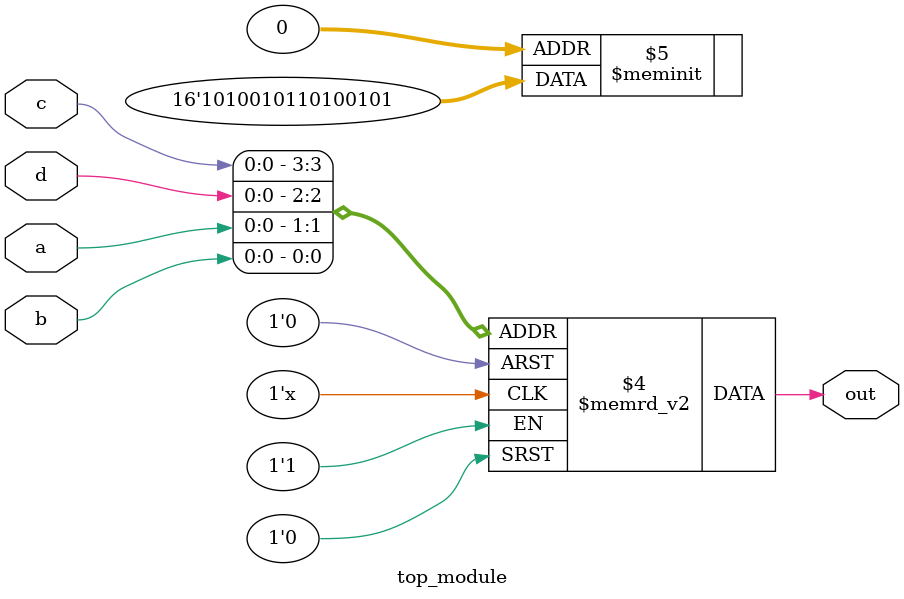
<source format=sv>
module top_module (
	input a, 
	input b,
	input c,
	input d,
	output reg out
);

always @(*) begin
	case ({c, d, a, b})
		4'b0000, 4'b0010, 4'b0101, 4'b0111,
		4'b1000, 4'b1010, 4'b1101, 4'b1111: out = 1;
		default: out = 0;
	endcase
end

endmodule

</source>
